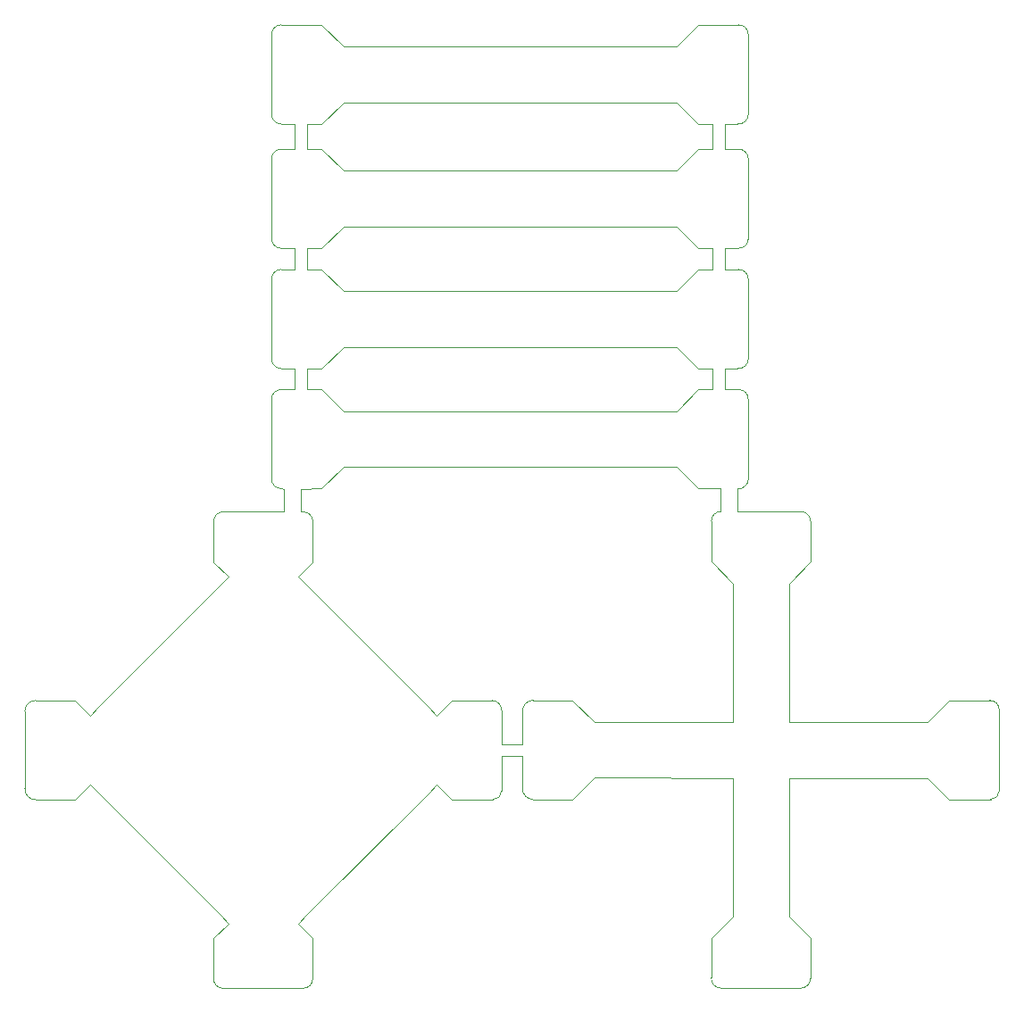
<source format=gm1>
G04 #@! TF.FileFunction,Profile,NP*
%FSLAX46Y46*%
G04 Gerber Fmt 4.6, Leading zero omitted, Abs format (unit mm)*
G04 Created by KiCad (PCBNEW 4.1.0-alpha+201605262346+6832~44~ubuntu16.04.1-product) date Sun Jun 12 17:49:52 2016*
%MOMM*%
%LPD*%
G01*
G04 APERTURE LIST*
%ADD10C,0.100000*%
G04 APERTURE END LIST*
D10*
X108941194Y-129160360D02*
X121316508Y-141535969D01*
X121316508Y-141535969D02*
X122091047Y-142310507D01*
X168673703Y-148253231D02*
X167098857Y-148250261D01*
X151655539Y-108500000D02*
G75*
G02X150650000Y-109400000I-905539J0D01*
G01*
X151655539Y-97100000D02*
G75*
G02X150650000Y-98000000I-905539J0D01*
G01*
X123501981Y-150299573D02*
X127451981Y-150299573D01*
X123501981Y-140899573D02*
X127351981Y-140899573D01*
X128251981Y-149499573D02*
G75*
G02X127451981Y-150299573I-800000J0D01*
G01*
X127351981Y-140899573D02*
G75*
G02X128251981Y-141799573I0J-900000D01*
G01*
X110351981Y-123899573D02*
X110351981Y-127749573D01*
X106450000Y-85300000D02*
X106450000Y-77700000D01*
X107350000Y-86200000D02*
X108650000Y-86200000D01*
X108650000Y-88600000D02*
X107350000Y-88600000D01*
X111200000Y-88600000D02*
X109850000Y-88600000D01*
X109850000Y-98000000D02*
X111200000Y-98000000D01*
X107350000Y-98000000D02*
X108650000Y-98000000D01*
X108650000Y-100000000D02*
X107350000Y-100000000D01*
X111200000Y-100000000D02*
X109850000Y-100000000D01*
X111200000Y-109400000D02*
X109850000Y-109400000D01*
X106450000Y-89500000D02*
G75*
G02X107350000Y-88600000I900000J0D01*
G01*
X100951981Y-123899573D02*
G75*
G02X101851981Y-122999573I900000J0D01*
G01*
X107350000Y-86200000D02*
G75*
G02X106450000Y-85300000I0J900000D01*
G01*
X107350000Y-120800000D02*
G75*
G02X106450000Y-119900000I0J900000D01*
G01*
X107350000Y-109400000D02*
G75*
G02X106450000Y-108500000I0J900000D01*
G01*
X107350000Y-98000000D02*
G75*
G02X106450000Y-97100000I0J900000D01*
G01*
X84051981Y-140899573D02*
X87801981Y-140899573D01*
X83051981Y-149199573D02*
X83051981Y-141899573D01*
X157548857Y-123878386D02*
X157548857Y-127728386D01*
X174548857Y-140878386D02*
G75*
G02X175448857Y-141778386I0J-900000D01*
G01*
X175448857Y-149478386D02*
G75*
G02X174648857Y-150278386I-800000J0D01*
G01*
X170698857Y-140878386D02*
X174548857Y-140878386D01*
X175448857Y-141778386D02*
X175448857Y-149478386D01*
X170698857Y-150278386D02*
X174648857Y-150278386D01*
X114800000Y-95950000D02*
X143300000Y-95950000D01*
X110351981Y-167299573D02*
X110351981Y-163449573D01*
X101851981Y-168205112D02*
X109451981Y-168199573D01*
X151655539Y-85300000D02*
X151650000Y-77700000D01*
X151655539Y-119900000D02*
X151650000Y-112300000D01*
X151655539Y-108500000D02*
X151650000Y-100900000D01*
X151655539Y-97100000D02*
X151650000Y-89500000D01*
X100951981Y-163449573D02*
X100951981Y-167199573D01*
X106450000Y-119900000D02*
X106450000Y-112300000D01*
X106450000Y-108500000D02*
X106450000Y-100900000D01*
X106450000Y-97100000D02*
X106450000Y-89500000D01*
X100951981Y-127749573D02*
X100951981Y-123899573D01*
X109451981Y-122999573D02*
G75*
G02X110351981Y-123899573I0J-900000D01*
G01*
X106450000Y-77700000D02*
G75*
G02X107350000Y-76800000I900000J0D01*
G01*
X106450000Y-112300000D02*
G75*
G02X107350000Y-111400000I900000J0D01*
G01*
X106450000Y-100900000D02*
G75*
G02X107350000Y-100000000I900000J0D01*
G01*
X144850000Y-95950000D02*
X143300000Y-95950000D01*
X144850000Y-78850000D02*
X143300000Y-78850000D01*
X144850000Y-113450000D02*
X143300000Y-113450000D01*
X144850000Y-102050000D02*
X143300000Y-102050000D01*
X144850000Y-90650000D02*
X143300000Y-90650000D01*
X111200000Y-76800000D02*
X113250000Y-78850000D01*
X111200000Y-111400000D02*
X113250000Y-113450000D01*
X150651967Y-122983785D02*
X150650000Y-120800000D01*
X149048857Y-120800000D02*
X149048857Y-122978386D01*
X107648871Y-122994173D02*
X101851981Y-122999573D01*
X109451981Y-122999573D02*
X109251981Y-122999573D01*
X110351981Y-167299573D02*
G75*
G02X109451981Y-168199573I-900000J0D01*
G01*
X150750000Y-76800000D02*
G75*
G02X151650000Y-77700000I0J-900000D01*
G01*
X150750000Y-111400000D02*
G75*
G02X151650000Y-112300000I0J-900000D01*
G01*
X150750000Y-100000000D02*
G75*
G02X151650000Y-100900000I0J-900000D01*
G01*
X150750000Y-88600000D02*
G75*
G02X151650000Y-89500000I0J-900000D01*
G01*
X101851981Y-168205112D02*
G75*
G02X100951981Y-167199573I0J905539D01*
G01*
X151655539Y-85300000D02*
G75*
G02X150650000Y-86200000I-905539J0D01*
G01*
X151655539Y-119900000D02*
G75*
G02X150650000Y-120800000I-905539J0D01*
G01*
X148250000Y-100000000D02*
X148250000Y-98000000D01*
X109850000Y-111400000D02*
X109850000Y-109400000D01*
X149450000Y-111400000D02*
X149450000Y-109400000D01*
X108650000Y-111400000D02*
X108650000Y-109400000D01*
X148250000Y-111400000D02*
X148250000Y-109400000D01*
X111200000Y-76800000D02*
X109850000Y-76800000D01*
X108650000Y-76800000D02*
X107350000Y-76800000D01*
X111200000Y-86200000D02*
X109850000Y-86200000D01*
X87801981Y-150299573D02*
X84051981Y-150304561D01*
X83051981Y-141899573D02*
G75*
G02X84051981Y-140899573I1000000J0D01*
G01*
X84051981Y-150304561D02*
G75*
G02X83051981Y-149199573I0J1004988D01*
G01*
X113250000Y-78850000D02*
X114800000Y-78850000D01*
X113250000Y-113450000D02*
X114800000Y-113450000D01*
X113250000Y-102050000D02*
X114800000Y-102050000D01*
X113250000Y-90650000D02*
X114800000Y-90650000D01*
X111200000Y-120800000D02*
X109250015Y-120815788D01*
X107648871Y-120815788D02*
X107350000Y-120800000D01*
X146900000Y-120800000D02*
X149048857Y-120800000D01*
X107648871Y-122994173D02*
X107648871Y-120815788D01*
X109251981Y-122999573D02*
X109250015Y-120815788D01*
X156648857Y-122978386D02*
X150651967Y-122983785D01*
X130251981Y-146199573D02*
X130248857Y-149178386D01*
X130248857Y-141878386D02*
X130248857Y-145099573D01*
X113250000Y-84150000D02*
X114800000Y-84150000D01*
X113250000Y-118750000D02*
X114800000Y-118750000D01*
X113250000Y-107350000D02*
X114800000Y-107350000D01*
X113250000Y-95950000D02*
X114800000Y-95950000D01*
X144850000Y-84150000D02*
X143300000Y-84150000D01*
X144850000Y-118750000D02*
X143300000Y-118750000D01*
X144850000Y-107350000D02*
X143300000Y-107350000D01*
X138598857Y-148228386D02*
X137048857Y-148228386D01*
X137048857Y-142928386D02*
X138598857Y-142928386D01*
X150198857Y-129778386D02*
X150198857Y-131328386D01*
X155498857Y-129778386D02*
X155498857Y-131328386D01*
X110351981Y-163449573D02*
X108941194Y-162038786D01*
X102362767Y-162038787D02*
X100951981Y-163449573D01*
X89212915Y-148888639D02*
X87801981Y-150299573D01*
X87801981Y-140899573D02*
X89212768Y-142310360D01*
X89987768Y-141535360D02*
X89212768Y-142310360D01*
X101588682Y-129934445D02*
X102362768Y-129160360D01*
X89987768Y-141535360D02*
X101588682Y-129934445D01*
X121304197Y-149675480D02*
X122091043Y-148888635D01*
X107350000Y-109400000D02*
X108650000Y-109400000D01*
X108650000Y-111400000D02*
X107350000Y-111400000D01*
X111200000Y-111400000D02*
X109850000Y-111400000D01*
X150750000Y-76800000D02*
X146900000Y-76800000D01*
X100951981Y-127749573D02*
X102362768Y-129160360D01*
X108941194Y-129160360D02*
X110351981Y-127749573D01*
X123501981Y-140899573D02*
X122091047Y-142310507D01*
X123501981Y-150299573D02*
X122091043Y-148888635D01*
X128251981Y-145099573D02*
X128251981Y-141799573D01*
X128251981Y-149499573D02*
X128251981Y-146199573D01*
X128251981Y-145099573D02*
X130248857Y-145099573D01*
X130251981Y-146199573D02*
X128251981Y-146199573D01*
X149450000Y-86200000D02*
X150650000Y-86200000D01*
X148250000Y-86200000D02*
X146900000Y-86200000D01*
X149450000Y-88600000D02*
X150750000Y-88600000D01*
X148250000Y-88600000D02*
X146900000Y-88600000D01*
X131248857Y-150283374D02*
G75*
G02X130248857Y-149178386I0J1004988D01*
G01*
X130248857Y-141878386D02*
G75*
G02X131248857Y-140878386I1000000J0D01*
G01*
X134998857Y-150278386D02*
X131248857Y-150283373D01*
X131248857Y-140878386D02*
X134998857Y-140878386D01*
X148148857Y-123878386D02*
G75*
G02X149048857Y-122978386I900000J0D01*
G01*
X156648857Y-122978386D02*
G75*
G02X157548857Y-123878386I0J-900000D01*
G01*
X148148857Y-127728386D02*
X148148857Y-123878386D01*
X146900000Y-88600000D02*
X144850000Y-90650000D01*
X146900000Y-76800000D02*
X144850000Y-78850000D01*
X146900000Y-120800000D02*
X144850000Y-118750000D01*
X146900000Y-109400000D02*
X144850000Y-107350000D01*
X146900000Y-98000000D02*
X144850000Y-95950000D01*
X146900000Y-86200000D02*
X144850000Y-84150000D01*
X148148857Y-163428386D02*
X150198857Y-161378386D01*
X111200000Y-100000000D02*
X113250000Y-102050000D01*
X111200000Y-88600000D02*
X113250000Y-90650000D01*
X111200000Y-86200000D02*
X113250000Y-84150000D01*
X111200000Y-120800000D02*
X113250000Y-118750000D01*
X111200000Y-109400000D02*
X113250000Y-107350000D01*
X111200000Y-98000000D02*
X113250000Y-95950000D01*
X146900000Y-111400000D02*
X144850000Y-113450000D01*
X146900000Y-100000000D02*
X144850000Y-102050000D01*
X155498857Y-148241357D02*
X155498857Y-161378386D01*
X150198857Y-161378386D02*
X150198857Y-148237289D01*
X150198857Y-148237289D02*
X138598857Y-148228386D01*
X138598857Y-142928386D02*
X150198857Y-142928732D01*
X150198857Y-142928732D02*
X150198857Y-131328386D01*
X155498857Y-131328386D02*
X155498857Y-142928890D01*
X155498857Y-142928890D02*
X168647892Y-142929351D01*
X108650000Y-76800000D02*
X109850000Y-76800000D01*
X109850000Y-88600000D02*
X109850000Y-86200000D01*
X149450000Y-88600000D02*
X149450000Y-86200000D01*
X108650000Y-88600000D02*
X108650000Y-86200000D01*
X148250000Y-88600000D02*
X148250000Y-86200000D01*
X109850000Y-100000000D02*
X109850000Y-98000000D01*
X149450000Y-100000000D02*
X149450000Y-98000000D01*
X108650000Y-100000000D02*
X108650000Y-98000000D01*
X149048857Y-168183925D02*
G75*
G02X148148857Y-167178386I0J905539D01*
G01*
X157548857Y-167278386D02*
G75*
G02X156648857Y-168178386I-900000J0D01*
G01*
X148148857Y-163428386D02*
X148148857Y-167178386D01*
X149048857Y-168183924D02*
X156648857Y-168178386D01*
X157548857Y-167278386D02*
X157548857Y-163428386D01*
X167098857Y-148250261D02*
X155498857Y-148241357D01*
X157548857Y-163428386D02*
X155498857Y-161378386D01*
X170698857Y-150278386D02*
X168673703Y-148253231D01*
X170698857Y-140878386D02*
X168647892Y-142929351D01*
X148148857Y-127728386D02*
X150198857Y-129778386D01*
X157548857Y-127728386D02*
X155498857Y-129778386D01*
X134998857Y-140878386D02*
X137048857Y-142928386D01*
X134998857Y-150278386D02*
X137048857Y-148228386D01*
X109716194Y-161263786D02*
X108941194Y-162038786D01*
X121304197Y-149675480D02*
X109716194Y-161263786D01*
X89987915Y-149663639D02*
X89212915Y-148888639D01*
X101587732Y-161263751D02*
X102362767Y-162038787D01*
X149450000Y-98000000D02*
X150650000Y-98000000D01*
X148250000Y-98000000D02*
X146900000Y-98000000D01*
X148250000Y-100000000D02*
X146900000Y-100000000D01*
X150750000Y-100000000D02*
X149450000Y-100000000D01*
X149450000Y-109400000D02*
X150650000Y-109400000D01*
X146900000Y-109400000D02*
X148250000Y-109400000D01*
X148250000Y-111400000D02*
X146900000Y-111400000D01*
X150750000Y-111400000D02*
X149450000Y-111400000D01*
X89987915Y-149663639D02*
X101587732Y-161263751D01*
X143300000Y-78850000D02*
X114800000Y-78850000D01*
X143300000Y-113450000D02*
X114800000Y-113450000D01*
X143300000Y-102050000D02*
X114800000Y-102050000D01*
X143300000Y-90650000D02*
X114800000Y-90650000D01*
X114800000Y-84150000D02*
X143300000Y-84150000D01*
X114800000Y-118750000D02*
X143300000Y-118750000D01*
X114800000Y-107350000D02*
X143300000Y-107350000D01*
M02*

</source>
